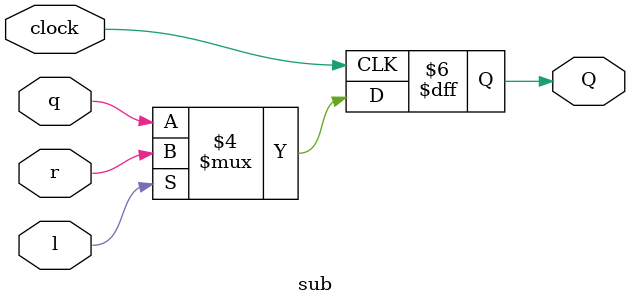
<source format=v>
module hw2_1 (
    input [2:0] R, 
    input L,
    input clk,
    output [2:0] Qout); 
wire temp1;

sub s1(R[0],Qout[2],L,clk,Qout[0]);
sub s2(R[1],Qout[0],L,clk,Qout[1]);
assign temp1 = Qout[2] ^ Qout[1];
sub s3(R[2],temp1,L,clk,Qout[2]);
endmodule


module sub(r,q,l,clock,Q);
input r,q,l,clock;
output reg Q;

initial begin
Q<=0;
end

always@(posedge clock)begin
    if(l)
        Q<=r;
    else
        Q<=q;
end
endmodule

</source>
